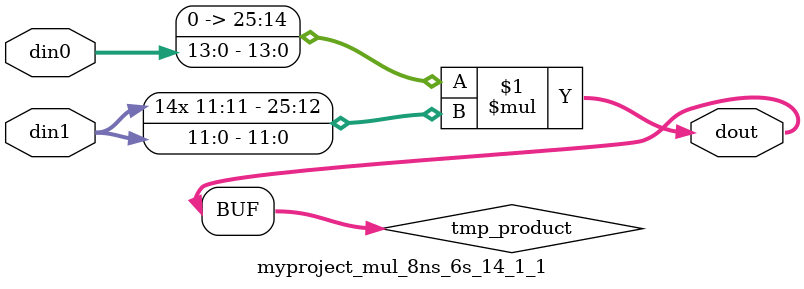
<source format=v>

`timescale 1 ns / 1 ps

 module myproject_mul_8ns_6s_14_1_1(din0, din1, dout);
parameter ID = 1;
parameter NUM_STAGE = 0;
parameter din0_WIDTH = 14;
parameter din1_WIDTH = 12;
parameter dout_WIDTH = 26;

input [din0_WIDTH - 1 : 0] din0; 
input [din1_WIDTH - 1 : 0] din1; 
output [dout_WIDTH - 1 : 0] dout;

wire signed [dout_WIDTH - 1 : 0] tmp_product;

























assign tmp_product = $signed({1'b0, din0}) * $signed(din1);










assign dout = tmp_product;





















endmodule

</source>
